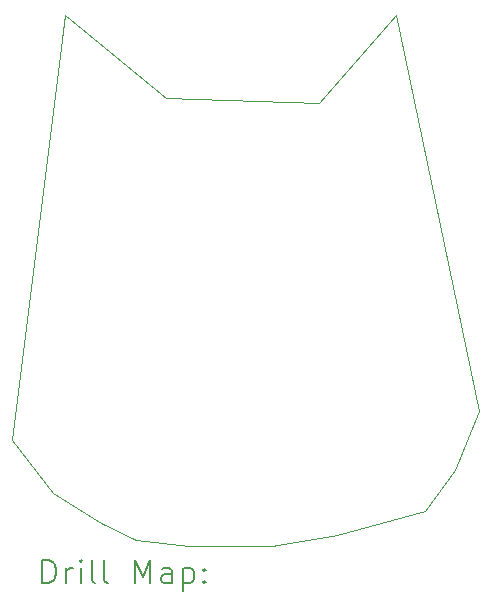
<source format=gbr>
%TF.GenerationSoftware,KiCad,Pcbnew,9.0.1*%
%TF.CreationDate,2025-06-26T00:20:29+05:30*%
%TF.ProjectId,solder,736f6c64-6572-42e6-9b69-6361645f7063,rev?*%
%TF.SameCoordinates,Original*%
%TF.FileFunction,Drillmap*%
%TF.FilePolarity,Positive*%
%FSLAX45Y45*%
G04 Gerber Fmt 4.5, Leading zero omitted, Abs format (unit mm)*
G04 Created by KiCad (PCBNEW 9.0.1) date 2025-06-26 00:20:29*
%MOMM*%
%LPD*%
G01*
G04 APERTURE LIST*
%ADD10C,0.050000*%
%ADD11C,0.200000*%
G04 APERTURE END LIST*
D10*
X16950000Y-11300000D02*
X16750000Y-11800000D01*
X16500000Y-12150000D01*
X15750000Y-12350000D01*
X15200000Y-12450000D01*
X14500000Y-12450000D01*
X14050000Y-12400000D01*
X13750000Y-12250000D01*
X13350000Y-12000000D01*
X13000000Y-11550000D01*
X13450000Y-7950000D01*
X14300000Y-8650000D01*
X15600000Y-8700000D01*
X16250000Y-7950000D01*
X16950000Y-11300000D01*
D11*
X13258277Y-12763984D02*
X13258277Y-12563984D01*
X13258277Y-12563984D02*
X13305896Y-12563984D01*
X13305896Y-12563984D02*
X13334467Y-12573508D01*
X13334467Y-12573508D02*
X13353515Y-12592555D01*
X13353515Y-12592555D02*
X13363039Y-12611603D01*
X13363039Y-12611603D02*
X13372562Y-12649698D01*
X13372562Y-12649698D02*
X13372562Y-12678269D01*
X13372562Y-12678269D02*
X13363039Y-12716365D01*
X13363039Y-12716365D02*
X13353515Y-12735412D01*
X13353515Y-12735412D02*
X13334467Y-12754460D01*
X13334467Y-12754460D02*
X13305896Y-12763984D01*
X13305896Y-12763984D02*
X13258277Y-12763984D01*
X13458277Y-12763984D02*
X13458277Y-12630650D01*
X13458277Y-12668746D02*
X13467801Y-12649698D01*
X13467801Y-12649698D02*
X13477324Y-12640174D01*
X13477324Y-12640174D02*
X13496372Y-12630650D01*
X13496372Y-12630650D02*
X13515420Y-12630650D01*
X13582086Y-12763984D02*
X13582086Y-12630650D01*
X13582086Y-12563984D02*
X13572562Y-12573508D01*
X13572562Y-12573508D02*
X13582086Y-12583031D01*
X13582086Y-12583031D02*
X13591610Y-12573508D01*
X13591610Y-12573508D02*
X13582086Y-12563984D01*
X13582086Y-12563984D02*
X13582086Y-12583031D01*
X13705896Y-12763984D02*
X13686848Y-12754460D01*
X13686848Y-12754460D02*
X13677324Y-12735412D01*
X13677324Y-12735412D02*
X13677324Y-12563984D01*
X13810658Y-12763984D02*
X13791610Y-12754460D01*
X13791610Y-12754460D02*
X13782086Y-12735412D01*
X13782086Y-12735412D02*
X13782086Y-12563984D01*
X14039229Y-12763984D02*
X14039229Y-12563984D01*
X14039229Y-12563984D02*
X14105896Y-12706841D01*
X14105896Y-12706841D02*
X14172562Y-12563984D01*
X14172562Y-12563984D02*
X14172562Y-12763984D01*
X14353515Y-12763984D02*
X14353515Y-12659222D01*
X14353515Y-12659222D02*
X14343991Y-12640174D01*
X14343991Y-12640174D02*
X14324943Y-12630650D01*
X14324943Y-12630650D02*
X14286848Y-12630650D01*
X14286848Y-12630650D02*
X14267801Y-12640174D01*
X14353515Y-12754460D02*
X14334467Y-12763984D01*
X14334467Y-12763984D02*
X14286848Y-12763984D01*
X14286848Y-12763984D02*
X14267801Y-12754460D01*
X14267801Y-12754460D02*
X14258277Y-12735412D01*
X14258277Y-12735412D02*
X14258277Y-12716365D01*
X14258277Y-12716365D02*
X14267801Y-12697317D01*
X14267801Y-12697317D02*
X14286848Y-12687793D01*
X14286848Y-12687793D02*
X14334467Y-12687793D01*
X14334467Y-12687793D02*
X14353515Y-12678269D01*
X14448753Y-12630650D02*
X14448753Y-12830650D01*
X14448753Y-12640174D02*
X14467801Y-12630650D01*
X14467801Y-12630650D02*
X14505896Y-12630650D01*
X14505896Y-12630650D02*
X14524943Y-12640174D01*
X14524943Y-12640174D02*
X14534467Y-12649698D01*
X14534467Y-12649698D02*
X14543991Y-12668746D01*
X14543991Y-12668746D02*
X14543991Y-12725888D01*
X14543991Y-12725888D02*
X14534467Y-12744936D01*
X14534467Y-12744936D02*
X14524943Y-12754460D01*
X14524943Y-12754460D02*
X14505896Y-12763984D01*
X14505896Y-12763984D02*
X14467801Y-12763984D01*
X14467801Y-12763984D02*
X14448753Y-12754460D01*
X14629705Y-12744936D02*
X14639229Y-12754460D01*
X14639229Y-12754460D02*
X14629705Y-12763984D01*
X14629705Y-12763984D02*
X14620182Y-12754460D01*
X14620182Y-12754460D02*
X14629705Y-12744936D01*
X14629705Y-12744936D02*
X14629705Y-12763984D01*
X14629705Y-12640174D02*
X14639229Y-12649698D01*
X14639229Y-12649698D02*
X14629705Y-12659222D01*
X14629705Y-12659222D02*
X14620182Y-12649698D01*
X14620182Y-12649698D02*
X14629705Y-12640174D01*
X14629705Y-12640174D02*
X14629705Y-12659222D01*
M02*

</source>
